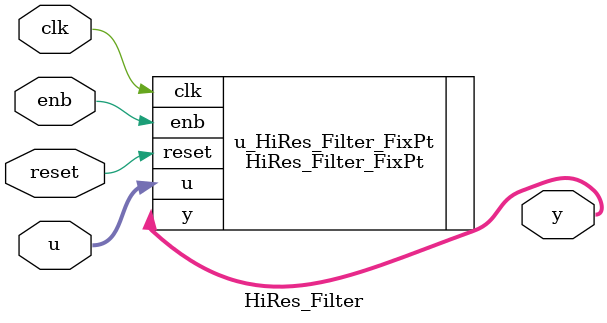
<source format=v>



`timescale 10 ns / 10 ns

module HiRes_Filter
          (clk,
           reset,
           enb,
           u,
           y);


  input   clk;
  input   reset;
  input   enb;
  input   signed [17:0] u;  // sfix18_En17
  output  signed [17:0] y;  // sfix18_En17



  // This variant subsystem was automatically generated by the Fixed-Point Tool to convert a MATLAB function block to 
  // fixed-point.The variant subsystem contains two blocks:
  // 1. HiRes Filter is the original code from the MATLAB function block. Modify this block to update your code or resolve 
  // errors
  // 
  // 2. HiRes Filter_FixPt is the generated fixed-point code for the MATLAB function block. Any modifications to this 
  // block will be overwritten on the next conversion.
  // 
  // The Fixed-Point Tool will select an appropriate variant based on the Model Settings. Learn more.. 


  HiRes_Filter_FixPt u_HiRes_Filter_FixPt (.clk(clk),
                                           .reset(reset),
                                           .enb(enb),
                                           .u(u),  // sfix18_En17
                                           .y(y)  // sfix18_En17
                                           );

endmodule  // HiRes_Filter


</source>
